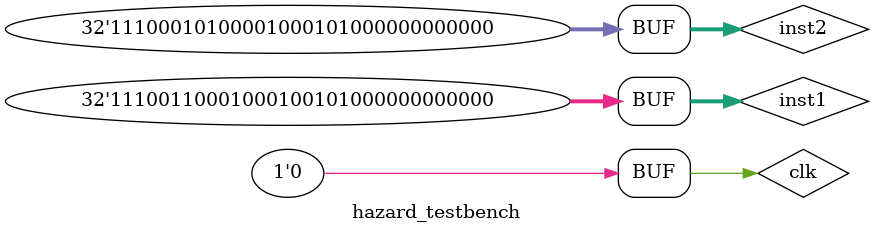
<source format=v>

module hazard(
	input wire [31:0] inst1, inst2, // inst2 should be the first inst read
	output wire haz				 	  // inst1 is the second 
	);
	
	wire b1, b2, l1, l2, t1, t2, s1, s2, ldr1, ldr2, str1, str2, p1, p2, u1, u2, bit1, bit2, w1, w2;
	wire [23:0] offset1, offset2;
	wire [3:0] cond1, cond2, op1, op2, rn1, rn2, rd1, rd2, rm1, rm2;
	wire [11:0] operand1, operand2;
	wire [31:0] branchimm1, branchimm2;
	// temp haz flag
	reg thaz;
	
	assign haz = thaz;
	
	decode decoder1(inst2, b1, l1, t1, s1, ldr1, str1, p1, u1, bit1, w1, offset1, cond1, op1, rn1, rd1, rm1, operand1, branchimm1);
	decode decoder2(inst1, b2, l2, t2, s2, ldr2, str2, p2, u2, bit2, w2, offset2, cond2, op2, rn2, rd2, rm2, operand2, branchimm2);
	
	
	always @(*) begin	
		
		// op1 is EOR, SUB, ADD, ORR, MOV, BIC, MVN
		if (ldr1 || op1 == 4'b0001 || op1 == 4'b0010 || op1 == 4'b0100 || op1 == 4'b1100 ||
						op1 == 4'b1101 || op1 == 4'b1110 ||op1 == 4'b1111) begin
			if (str2 && (rd1 == rd2)) // handle when str2 is true 
				thaz = 1'b1;
			else if (ldr2 || op2 == 4'b0001 || op2 == 4'b0010 || op2 == 4'b0100 || op2 == 4'b1100 || 
							op2 == 4'b1110 || op2 == 4'b1000 || op2 == 4'b1001 || op2 == 4'b1111 || 
							op2 == 4'b1101 ||op2 == 4'b1111) begin
				// set hazard to true
				if (rd1 == rn2 || ( (!t2) && rd1 == rm2)) 
					thaz = 1'b1; 
				else 
					thaz = 1'b0;
			end else 
				thaz = 1'b0;
		end else begin
			thaz = 1'b0;
		end
	end
endmodule 

module hazard_testbench();
	reg clk;
	reg [31:0] inst1, inst2;
	wire haz;
	
	hazard dut(inst1, inst2, haz);
	
	// Set up the clock.
	always begin
		clk = 1; #2; clk = 0; #2;
	end

	// Set up the inputs to the design. Each line is a clock cycle.
	initial begin
																																		#4;
		// add r0, r4, #0											// sub r2, r3, #7						flag = 0
		inst1 <= 32'b11100010100001000000000000000000;	inst2 <= 32'b11100010010000110010000000000111; 	#4;
		// add r0, r4, #1											// sub r4, r3, #7						flag = 1
		inst1 <= 32'b11100010100001000000000000000001;	inst2 <= 32'b11100010010000110100000000000111; 	#4;
		// add r0, r4, #9											// sub r2, r3, #7						flag = 0
		inst1 <= 32'b11100010100001000000000000001001;	inst2 <= 32'b11100010010000110010000000000111; 	#4;
		// sub r2, r3, r7											// add r7, r4, #1						flag = 1
		inst1 <= 32'b11100000010000110010000000000111;	inst2 <= 32'b11100010100001000111000000000001; 	#4;
		// add r0, r4, #9											// MOV r7, r3							flag = 0
		inst1 <= 32'b11100010100001000000000000001001;	inst2 <= 32'b11100001101000000111000000000011; 	#4;
		// sub r2, r3, r7											// MOV r7, r3							flag = 1
		inst1 <= 32'b11100000010000110010000000000111;	inst2 <= 32'b11100001101000000111000000000011; 	#4;
		// add r0, r4, #0											// sub r2, r3, #7						flag = 0
		inst1 <= 32'b11100010100001000000000000000000;	inst2 <= 32'b11100010010000110010000000000111; 	#4;
		// MOV r7, r3												// sub r3, r2, #7						flag = 1
		inst1 <= 32'b11100001101000000111000000000011;	inst2 <= 32'b11100010010000100011000000000111; 	#4;
		
		// MOV r7, r3												// LDR r5, [r2]						flag = 0
		inst1 <= 32'b11100001101000000111000000000011;	inst2 <= 32'b11100110001100100101000000000000; 	#4;
		// MOV r7, r5												// LDR r5, [r2]						flag = 1
		inst1 <= 32'b11100001101000000111000000000101;	inst2 <= 32'b11100110001100100101000000000000; 	#4;
		// add r5, r4, #0											// STR r5, [r2]						flag = 0
		inst1 <= 32'b11100010100001000101000000000000;	inst2 <= 32'b11100110001000100101000000000000; 	#4;
		// STR r5, [r2]											// add r5, r4, #0						flag = 1
		inst1 <= 32'b11100110001000100101000000000000;	inst2 <= 32'b11100010100001000101000000000000; 	#4;
												// 000000000000											// 000000000000
																					  //1110 00 1 0100 0 0100 0101 000000000000
	end
endmodule
</source>
